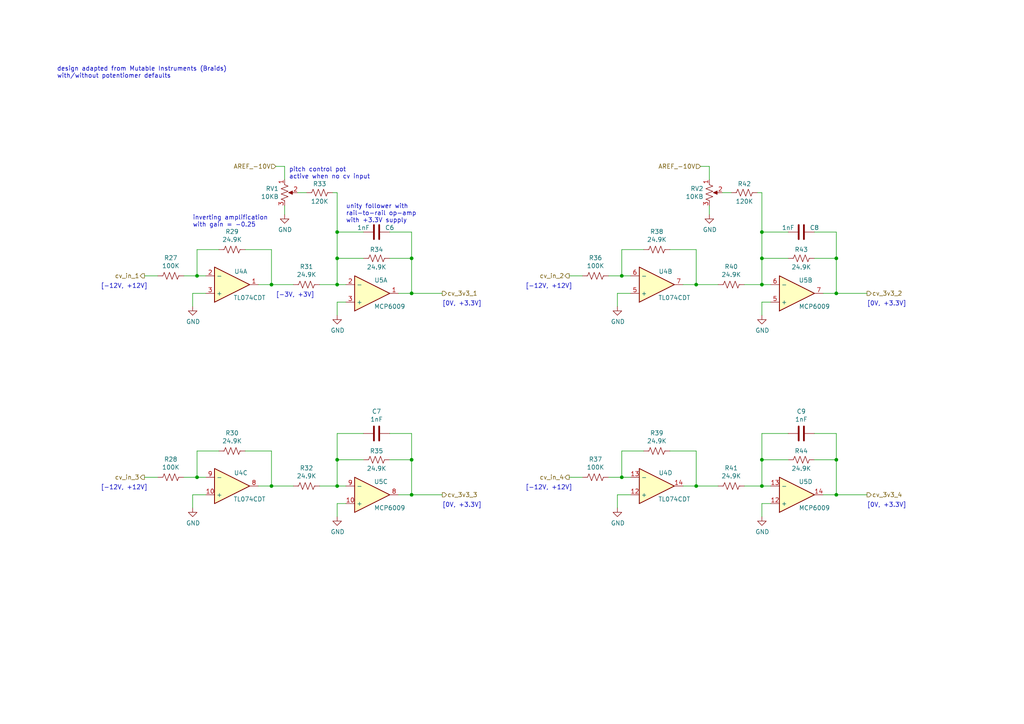
<source format=kicad_sch>
(kicad_sch (version 20211123) (generator eeschema)
  (paper "A4")
  (title_block (comment 1 "convert [0V, +8V] Pitch CV to [0V, +3.3V] Pitch CV"))
  (lib_symbols
    (symbol "Device:C" (pin_numbers hide) (pin_names (offset 0.254))
      (property "Reference" "C" (at 0.635 2.54 0))
      (property "Value" "C" (at 0.635 -2.54 0))
      (symbol "C_0_1"
        (polyline (pts (xy -2.032 -0.762) (xy 2.032 -0.762)) (stroke (width 0.508)))
        (polyline (pts (xy -2.032 0.762) (xy 2.032 0.762)) (stroke (width 0.508)))
      )
      (symbol "C_1_1"
        (pin passive line (at 0 3.81 270) (length 2.794) (name "~") (number "1"))
        (pin passive line (at 0 -3.81 90) (length 2.794) (name "~") (number "2"))
      )
    )
    (symbol "Device:Opamp_Quad_Generic"
      (property "Reference" "U" (at 0 5.08 0))
      (property "Value" "Device_Opamp_Quad_Generic" (at 0 -5.08 0))
      (symbol "Opamp_Quad_Generic_1_1"
        (polyline (pts (xy -5.08 5.08) (xy 5.08 0) (xy -5.08 -5.08) (xy -5.08 5.08)) (stroke (width 0.254)) (fill (type background)))
        (pin output line (at 7.62 0 180) (length 2.54) (name "~") (number "1"))
        (pin input line (at -7.62 -2.54 0) (length 2.54) (name "-") (number "2"))
        (pin input line (at -7.62 2.54 0) (length 2.54) (name "+") (number "3"))
      )
      (symbol "Opamp_Quad_Generic_2_1"
        (polyline (pts (xy -5.08 5.08) (xy 5.08 0) (xy -5.08 -5.08) (xy -5.08 5.08)) (stroke (width 0.254)) (fill (type background)))
        (pin input line (at -7.62 2.54 0) (length 2.54) (name "+") (number "5"))
        (pin input line (at -7.62 -2.54 0) (length 2.54) (name "-") (number "6"))
        (pin output line (at 7.62 0 180) (length 2.54) (name "~") (number "7"))
      )
      (symbol "Opamp_Quad_Generic_3_1"
        (polyline (pts (xy -5.08 5.08) (xy 5.08 0) (xy -5.08 -5.08) (xy -5.08 5.08)) (stroke (width 0.254)) (fill (type background)))
        (pin input line (at -7.62 2.54 0) (length 2.54) (name "+") (number "10"))
        (pin output line (at 7.62 0 180) (length 2.54) (name "~") (number "8"))
        (pin input line (at -7.62 -2.54 0) (length 2.54) (name "-") (number "9"))
      )
      (symbol "Opamp_Quad_Generic_4_1"
        (polyline (pts (xy -5.08 5.08) (xy 5.08 0) (xy -5.08 -5.08) (xy -5.08 5.08)) (stroke (width 0.254)) (fill (type background)))
        (pin input line (at -7.62 2.54 0) (length 2.54) (name "+") (number "12"))
        (pin input line (at -7.62 -2.54 0) (length 2.54) (name "-") (number "13"))
        (pin output line (at 7.62 0 180) (length 2.54) (name "~") (number "14"))
      )
      (symbol "Opamp_Quad_Generic_5_1"
        (pin power_in line (at -2.54 -7.62 90) (length 3.81) (name "V-") (number "11"))
        (pin power_in line (at -2.54 7.62 270) (length 3.81) (name "V+") (number "4"))
      )
    )
    (symbol "Device:R_POT_US" (pin_names (offset 1.016) hide)
      (property "Reference" "RV" (at -4.445 0 90))
      (property "Value" "Device_R_POT_US" (at -2.54 0 90))
      (symbol "R_POT_US_0_1"
        (polyline (pts (xy 0 -2.286) (xy 0 -2.54)))
        (polyline (pts (xy 0 2.54) (xy 0 2.286)))
        (polyline (pts (xy 2.54 0) (xy 1.524 0)))
        (polyline (pts (xy 1.143 0) (xy 2.286 0.508) (xy 2.286 -0.508) (xy 1.143 0)) (fill (type outline)))
        (polyline (pts (xy 0 -0.762) (xy 1.016 -1.143) (xy 0 -1.524) (xy -1.016 -1.905) (xy 0 -2.286)))
        (polyline (pts (xy 0 0.762) (xy 1.016 0.381) (xy 0 0) (xy -1.016 -0.381) (xy 0 -0.762)))
        (polyline (pts (xy 0 2.286) (xy 1.016 1.905) (xy 0 1.524) (xy -1.016 1.143) (xy 0 0.762)))
      )
      (symbol "R_POT_US_1_1"
        (pin passive line (at 0 3.81 270) (length 1.27) (name "1") (number "1"))
        (pin passive line (at 3.81 0 180) (length 1.27) (name "2") (number "2"))
        (pin passive line (at 0 -3.81 90) (length 1.27) (name "3") (number "3"))
      )
    )
    (symbol "Device:R_US" (pin_numbers hide) (pin_names (offset 0))
      (property "Reference" "R" (at 2.54 0 90))
      (property "Value" "R_US" (at -2.54 0 90))
      (symbol "R_US_0_1"
        (polyline (pts (xy 0 -2.286) (xy 0 -2.54)))
        (polyline (pts (xy 0 2.286) (xy 0 2.54)))
        (polyline (pts (xy 0 -0.762) (xy 1.016 -1.143) (xy 0 -1.524) (xy -1.016 -1.905) (xy 0 -2.286)))
        (polyline (pts (xy 0 0.762) (xy 1.016 0.381) (xy 0 0) (xy -1.016 -0.381) (xy 0 -0.762)))
        (polyline (pts (xy 0 2.286) (xy 1.016 1.905) (xy 0 1.524) (xy -1.016 1.143) (xy 0 0.762)))
      )
      (symbol "R_US_1_1"
        (pin passive line (at 0 3.81 270) (length 1.27) (name "~") (number "1"))
        (pin passive line (at 0 -3.81 90) (length 1.27) (name "~") (number "2"))
      )
    )
    (symbol "power:GND" (power) (pin_names (offset 0))
      (property "Value" "GND" (at 0 -3.81 0))
      (symbol "GND_0_1"
        (polyline (pts (xy 0 0) (xy 0 -1.27) (xy 1.27 -1.27) (xy 0 -2.54) (xy -1.27 -1.27) (xy 0 -1.27)))
      )
      (symbol "GND_1_1"
        (pin power_in line (at 0 0 270) (length 0) hide (name "GND") (number "1"))
      )
    )
  )
  (junction (at 97.79 67.31))
  (junction (at 57.15 80.01))
  (junction (at 220.98 133.35))
  (junction (at 119.38 74.93))
  (junction (at 242.57 74.93))
  (junction (at 97.79 140.97))
  (junction (at 97.79 74.93))
  (junction (at 180.34 80.01))
  (junction (at 97.79 82.55))
  (junction (at 220.98 74.93))
  (junction (at 201.93 82.55))
  (junction (at 242.57 85.09))
  (junction (at 97.79 133.35))
  (junction (at 242.57 143.51))
  (junction (at 78.74 140.97))
  (junction (at 119.38 143.51))
  (junction (at 220.98 67.31))
  (junction (at 220.98 140.97))
  (junction (at 57.15 138.43))
  (junction (at 78.74 82.55))
  (junction (at 201.93 140.97))
  (junction (at 119.38 133.35))
  (junction (at 220.98 82.55))
  (junction (at 180.34 138.43))
  (junction (at 242.57 133.35))
  (junction (at 119.38 85.09))
  (wire (pts (xy 220.98 74.93) (xy 220.98 67.31)))
  (wire (pts (xy 92.71 82.55) (xy 97.79 82.55)))
  (wire (pts (xy 179.07 143.51) (xy 182.88 143.51)))
  (wire (pts (xy 57.15 72.39) (xy 57.15 80.01)))
  (wire (pts (xy 165.1 80.01) (xy 168.91 80.01)))
  (wire (pts (xy 215.9 82.55) (xy 220.98 82.55)))
  (wire (pts (xy 119.38 133.35) (xy 119.38 143.51)))
  (wire (pts (xy 78.74 140.97) (xy 78.74 130.81)))
  (wire (pts (xy 212.09 55.88) (xy 209.55 55.88)))
  (wire (pts (xy 55.88 143.51) (xy 59.69 143.51)))
  (wire (pts (xy 220.98 146.05) (xy 223.52 146.05)))
  (wire (pts (xy 179.07 88.9) (xy 179.07 85.09)))
  (wire (pts (xy 201.93 72.39) (xy 194.31 72.39)))
  (wire (pts (xy 182.88 138.43) (xy 180.34 138.43)))
  (wire (pts (xy 236.22 67.31) (xy 242.57 67.31)))
  (wire (pts (xy 119.38 143.51) (xy 128.27 143.51)))
  (wire (pts (xy 97.79 133.35) (xy 97.79 140.97)))
  (wire (pts (xy 220.98 125.73) (xy 228.6 125.73)))
  (wire (pts (xy 220.98 133.35) (xy 220.98 125.73)))
  (wire (pts (xy 97.79 146.05) (xy 100.33 146.05)))
  (wire (pts (xy 220.98 82.55) (xy 223.52 82.55)))
  (wire (pts (xy 242.57 74.93) (xy 242.57 85.09)))
  (wire (pts (xy 242.57 133.35) (xy 242.57 143.51)))
  (wire (pts (xy 220.98 140.97) (xy 223.52 140.97)))
  (wire (pts (xy 78.74 72.39) (xy 71.12 72.39)))
  (wire (pts (xy 242.57 125.73) (xy 242.57 133.35)))
  (wire (pts (xy 63.5 72.39) (xy 57.15 72.39)))
  (wire (pts (xy 88.9 55.88) (xy 86.36 55.88)))
  (wire (pts (xy 115.57 143.51) (xy 119.38 143.51)))
  (wire (pts (xy 78.74 140.97) (xy 85.09 140.97)))
  (wire (pts (xy 97.79 87.63) (xy 100.33 87.63)))
  (wire (pts (xy 82.55 59.69) (xy 82.55 62.23)))
  (wire (pts (xy 228.6 74.93) (xy 220.98 74.93)))
  (wire (pts (xy 220.98 55.88) (xy 220.98 67.31)))
  (wire (pts (xy 97.79 140.97) (xy 100.33 140.97)))
  (wire (pts (xy 205.74 59.69) (xy 205.74 62.23)))
  (wire (pts (xy 180.34 80.01) (xy 176.53 80.01)))
  (wire (pts (xy 198.12 82.55) (xy 201.93 82.55)))
  (wire (pts (xy 179.07 147.32) (xy 179.07 143.51)))
  (wire (pts (xy 220.98 74.93) (xy 220.98 82.55)))
  (wire (pts (xy 201.93 140.97) (xy 208.28 140.97)))
  (wire (pts (xy 105.41 133.35) (xy 97.79 133.35)))
  (wire (pts (xy 242.57 85.09) (xy 251.46 85.09)))
  (wire (pts (xy 57.15 80.01) (xy 53.34 80.01)))
  (wire (pts (xy 220.98 91.44) (xy 220.98 87.63)))
  (wire (pts (xy 113.03 133.35) (xy 119.38 133.35)))
  (wire (pts (xy 55.88 147.32) (xy 55.88 143.51)))
  (wire (pts (xy 180.34 72.39) (xy 180.34 80.01)))
  (wire (pts (xy 55.88 85.09) (xy 59.69 85.09)))
  (wire (pts (xy 215.9 140.97) (xy 220.98 140.97)))
  (wire (pts (xy 220.98 67.31) (xy 228.6 67.31)))
  (wire (pts (xy 97.79 82.55) (xy 100.33 82.55)))
  (wire (pts (xy 180.34 130.81) (xy 180.34 138.43)))
  (wire (pts (xy 82.55 52.07) (xy 82.55 48.26)))
  (wire (pts (xy 203.2 48.26) (xy 205.74 48.26)))
  (wire (pts (xy 96.52 55.88) (xy 97.79 55.88)))
  (wire (pts (xy 97.79 74.93) (xy 97.79 82.55)))
  (wire (pts (xy 78.74 82.55) (xy 78.74 72.39)))
  (wire (pts (xy 97.79 67.31) (xy 105.41 67.31)))
  (wire (pts (xy 186.69 72.39) (xy 180.34 72.39)))
  (wire (pts (xy 105.41 74.93) (xy 97.79 74.93)))
  (wire (pts (xy 220.98 87.63) (xy 223.52 87.63)))
  (wire (pts (xy 242.57 143.51) (xy 251.46 143.51)))
  (wire (pts (xy 180.34 138.43) (xy 176.53 138.43)))
  (wire (pts (xy 113.03 125.73) (xy 119.38 125.73)))
  (wire (pts (xy 41.91 80.01) (xy 45.72 80.01)))
  (wire (pts (xy 92.71 140.97) (xy 97.79 140.97)))
  (wire (pts (xy 74.93 140.97) (xy 78.74 140.97)))
  (wire (pts (xy 242.57 67.31) (xy 242.57 74.93)))
  (wire (pts (xy 78.74 82.55) (xy 85.09 82.55)))
  (wire (pts (xy 119.38 125.73) (xy 119.38 133.35)))
  (wire (pts (xy 80.01 48.26) (xy 82.55 48.26)))
  (wire (pts (xy 113.03 74.93) (xy 119.38 74.93)))
  (wire (pts (xy 55.88 88.9) (xy 55.88 85.09)))
  (wire (pts (xy 201.93 82.55) (xy 208.28 82.55)))
  (wire (pts (xy 97.79 133.35) (xy 97.79 125.73)))
  (wire (pts (xy 113.03 67.31) (xy 119.38 67.31)))
  (wire (pts (xy 57.15 130.81) (xy 57.15 138.43)))
  (wire (pts (xy 78.74 130.81) (xy 71.12 130.81)))
  (wire (pts (xy 182.88 80.01) (xy 180.34 80.01)))
  (wire (pts (xy 201.93 140.97) (xy 201.93 130.81)))
  (wire (pts (xy 201.93 130.81) (xy 194.31 130.81)))
  (wire (pts (xy 74.93 82.55) (xy 78.74 82.55)))
  (wire (pts (xy 59.69 80.01) (xy 57.15 80.01)))
  (wire (pts (xy 63.5 130.81) (xy 57.15 130.81)))
  (wire (pts (xy 179.07 85.09) (xy 182.88 85.09)))
  (wire (pts (xy 165.1 138.43) (xy 168.91 138.43)))
  (wire (pts (xy 115.57 85.09) (xy 119.38 85.09)))
  (wire (pts (xy 236.22 133.35) (xy 242.57 133.35)))
  (wire (pts (xy 97.79 91.44) (xy 97.79 87.63)))
  (wire (pts (xy 97.79 74.93) (xy 97.79 67.31)))
  (wire (pts (xy 228.6 133.35) (xy 220.98 133.35)))
  (wire (pts (xy 59.69 138.43) (xy 57.15 138.43)))
  (wire (pts (xy 238.76 85.09) (xy 242.57 85.09)))
  (wire (pts (xy 57.15 138.43) (xy 53.34 138.43)))
  (wire (pts (xy 186.69 130.81) (xy 180.34 130.81)))
  (wire (pts (xy 236.22 74.93) (xy 242.57 74.93)))
  (wire (pts (xy 97.79 55.88) (xy 97.79 67.31)))
  (wire (pts (xy 97.79 149.86) (xy 97.79 146.05)))
  (wire (pts (xy 201.93 82.55) (xy 201.93 72.39)))
  (wire (pts (xy 220.98 149.86) (xy 220.98 146.05)))
  (wire (pts (xy 219.71 55.88) (xy 220.98 55.88)))
  (wire (pts (xy 119.38 85.09) (xy 128.27 85.09)))
  (wire (pts (xy 236.22 125.73) (xy 242.57 125.73)))
  (wire (pts (xy 198.12 140.97) (xy 201.93 140.97)))
  (wire (pts (xy 205.74 52.07) (xy 205.74 48.26)))
  (wire (pts (xy 119.38 67.31) (xy 119.38 74.93)))
  (wire (pts (xy 220.98 133.35) (xy 220.98 140.97)))
  (wire (pts (xy 97.79 125.73) (xy 105.41 125.73)))
  (wire (pts (xy 119.38 74.93) (xy 119.38 85.09)))
  (wire (pts (xy 41.91 138.43) (xy 45.72 138.43)))
  (wire (pts (xy 238.76 143.51) (xy 242.57 143.51)))
  (text "[-3V, +3V]" (at 80.01 86.36 0) (effects (font (size 1.27 1.27)) (justify left bottom)))
  (text "inverting amplification \nwith gain = -0.25" (at 55.88 66.04 0) (effects (font (size 1.27 1.27)) (justify left bottom)))
  (text "[-12V, +12V]\n" (at 29.21 142.24 0) (effects (font (size 1.27 1.27)) (justify left bottom)))
  (text "[-12V, +12V]\n" (at 152.4 142.24 0) (effects (font (size 1.27 1.27)) (justify left bottom)))
  (text "[0V, +3.3V]" (at 251.46 147.32 0) (effects (font (size 1.27 1.27)) (justify left bottom)))
  (text "design adapted from Mutable Instruments (Braids)\nwith/without potentiomer defaults" (at 16.51 22.86 0) (effects (font (size 1.27 1.27)) (justify left bottom)))
  (text "[-12V, +12V]\n" (at 152.4 83.82 0) (effects (font (size 1.27 1.27)) (justify left bottom)))
  (text "unity follower with\nrail-to-rail op-amp\nwith +3.3V supply" (at 100.33 64.77 0) (effects (font (size 1.27 1.27)) (justify left bottom)))
  (text "pitch control pot\nactive when no cv input" (at 83.82 52.07 0) (effects (font (size 1.27 1.27)) (justify left bottom)))
  (text "[0V, +3.3V]" (at 128.27 88.9 0) (effects (font (size 1.27 1.27)) (justify left bottom)))
  (text "[-12V, +12V]\n" (at 29.21 83.82 0) (effects (font (size 1.27 1.27)) (justify left bottom)))
  (text "[0V, +3.3V]" (at 128.27 147.32 0) (effects (font (size 1.27 1.27)) (justify left bottom)))
  (text "[0V, +3.3V]" (at 251.46 88.9 0) (effects (font (size 1.27 1.27)) (justify left bottom)))
  (hierarchical_label "cv_3v3_3" (shape output) (at 128.27 143.51 0))
  (hierarchical_label "cv_3v3_2" (shape output) (at 251.46 85.09 0))
  (hierarchical_label "cv_in_3" (shape output) (at 41.91 138.43 180))
  (hierarchical_label "cv_in_1" (shape output) (at 41.91 80.01 180))
  (hierarchical_label "cv_3v3_4" (shape output) (at 251.46 143.51 0))
  (hierarchical_label "cv_3v3_1" (shape output) (at 128.27 85.09 0))
  (hierarchical_label "AREF_-10V" (shape input) (at 203.2 48.26 180))
  (hierarchical_label "cv_in_2" (shape output) (at 165.1 80.01 180))
  (hierarchical_label "cv_in_4" (shape output) (at 165.1 138.43 180))
  (hierarchical_label "AREF_-10V" (shape input) (at 80.01 48.26 180))
  (symbol (lib_id "Device:Opamp_Quad_Generic") (at 67.31 82.55 0) (mirror x) (unit 1)
    (property "Reference" "U4" (at 69.85 78.74 0))
    (property "Value" "TL074CDT" (at 72.39 86.36 0))
    (property "mpn" "TL074CDT" (effects hide))
  )
  (symbol (lib_id "Device:R_US") (at 49.53 80.01 270) (unit 1)
    (property "Reference" "R27" (at 49.53 74.803 90))
    (property "Value" "100K" (at 49.53 77.1144 90))
  )
  (symbol (lib_id "power:GND") (at 55.88 88.9 0) (unit 1)
    (property "Reference" "#PWR011" (effects hide))
    (property "Value" "GND" (at 56.007 93.2942 0))
  )
  (symbol (lib_id "Device:Opamp_Quad_Generic") (at 67.31 140.97 0) (mirror x) (unit 3)
    (property "Reference" "U4" (at 69.85 137.16 0))
    (property "Value" "TL074CDT" (at 72.39 144.78 0))
    (property "mpn" "TL074CDT" (effects hide))
  )
  (symbol (lib_id "Device:Opamp_Quad_Generic") (at 107.95 143.51 0) (mirror x) (unit 3)
    (property "Reference" "U5" (at 110.49 139.7 0))
    (property "Value" "MCP6009" (at 113.03 147.32 0))
    (property "mpn" "MCP6009-E/SL" (effects hide))
  )
  (symbol (lib_id "Device:R_US") (at 88.9 140.97 90) (unit 1)
    (property "Reference" "R32" (at 88.9 135.763 90))
    (property "Value" "24.9K" (at 88.9 138.0744 90))
  )
  (symbol (lib_id "Device:R_US") (at 67.31 130.81 270) (unit 1)
    (property "Reference" "R30" (at 67.31 125.603 90))
    (property "Value" "24.9K" (at 67.31 127.9144 90))
  )
  (symbol (lib_id "Device:R_US") (at 49.53 138.43 270) (unit 1)
    (property "Reference" "R28" (at 49.53 133.223 90))
    (property "Value" "100K" (at 49.53 135.5344 90))
  )
  (symbol (lib_id "power:GND") (at 55.88 147.32 0) (unit 1)
    (property "Reference" "#PWR012" (effects hide))
    (property "Value" "GND" (at 56.007 151.7142 0))
  )
  (symbol (lib_id "power:GND") (at 97.79 149.86 0) (unit 1)
    (property "Reference" "#PWR015" (effects hide))
    (property "Value" "GND" (at 97.917 154.2542 0))
  )
  (symbol (lib_id "Device:R_US") (at 109.22 133.35 270) (unit 1)
    (property "Reference" "R35" (at 109.22 130.81 90))
    (property "Value" "24.9K" (at 109.22 135.89 90))
  )
  (symbol (lib_id "Device:C") (at 109.22 125.73 270) (unit 1)
    (property "Reference" "C7" (at 109.22 119.3292 90))
    (property "Value" "1nF" (at 109.22 121.6406 90))
  )
  (symbol (lib_id "Device:Opamp_Quad_Generic") (at 190.5 140.97 0) (mirror x) (unit 4)
    (property "Reference" "U4" (at 193.04 137.16 0))
    (property "Value" "TL074CDT" (at 195.58 144.78 0))
    (property "mpn" "TL074CDT" (effects hide))
  )
  (symbol (lib_id "Device:Opamp_Quad_Generic") (at 231.14 143.51 0) (mirror x) (unit 4)
    (property "Reference" "U5" (at 233.68 139.7 0))
    (property "Value" "MCP6009" (at 236.22 147.32 0))
    (property "mpn" "MCP6009-E/SL" (effects hide))
  )
  (symbol (lib_id "Device:R_US") (at 212.09 140.97 90) (unit 1)
    (property "Reference" "R41" (at 212.09 135.763 90))
    (property "Value" "24.9K" (at 212.09 138.0744 90))
  )
  (symbol (lib_id "Device:R_US") (at 190.5 130.81 270) (unit 1)
    (property "Reference" "R39" (at 190.5 125.603 90))
    (property "Value" "24.9K" (at 190.5 127.9144 90))
  )
  (symbol (lib_id "Device:R_US") (at 172.72 138.43 270) (unit 1)
    (property "Reference" "R37" (at 172.72 133.223 90))
    (property "Value" "100K" (at 172.72 135.5344 90))
  )
  (symbol (lib_id "power:GND") (at 179.07 147.32 0) (unit 1)
    (property "Reference" "#PWR017" (effects hide))
    (property "Value" "GND" (at 179.197 151.7142 0))
  )
  (symbol (lib_id "power:GND") (at 220.98 149.86 0) (unit 1)
    (property "Reference" "#PWR020" (effects hide))
    (property "Value" "GND" (at 221.107 154.2542 0))
  )
  (symbol (lib_id "Device:R_US") (at 232.41 133.35 270) (unit 1)
    (property "Reference" "R44" (at 232.41 130.81 90))
    (property "Value" "24.9K" (at 232.41 135.89 90))
  )
  (symbol (lib_id "Device:C") (at 232.41 125.73 270) (unit 1)
    (property "Reference" "C9" (at 232.41 119.3292 90))
    (property "Value" "1nF" (at 232.41 121.6406 90))
  )
  (symbol (lib_id "Device:R_POT_US") (at 82.55 55.88 0) (unit 1)
    (property "Reference" "RV1" (at 80.8482 54.7116 0) (effects (justify right)))
    (property "Value" "10KB" (at 80.8482 57.023 0) (effects (justify right)))
  )
  (symbol (lib_id "Device:R_US") (at 92.71 55.88 270) (unit 1)
    (property "Reference" "R33" (at 92.71 53.34 90))
    (property "Value" "120K" (at 92.71 58.42 90))
  )
  (symbol (lib_id "power:GND") (at 82.55 62.23 0) (unit 1)
    (property "Reference" "#PWR013" (effects hide))
    (property "Value" "GND" (at 82.677 66.6242 0))
  )
  (symbol (lib_id "Device:Opamp_Quad_Generic") (at 190.5 82.55 0) (mirror x) (unit 2)
    (property "Reference" "U4" (at 193.04 78.74 0))
    (property "Value" "TL074CDT" (at 195.58 86.36 0))
    (property "mpn" "TL074CDT" (effects hide))
  )
  (symbol (lib_id "Device:Opamp_Quad_Generic") (at 231.14 85.09 0) (mirror x) (unit 2)
    (property "Reference" "U5" (at 233.68 81.28 0))
    (property "Value" "MCP6009" (at 236.22 88.9 0))
    (property "mpn" "MCP6009-E/SL" (effects hide))
  )
  (symbol (lib_id "Device:R_US") (at 212.09 82.55 90) (unit 1)
    (property "Reference" "R40" (at 212.09 77.343 90))
    (property "Value" "24.9K" (at 212.09 79.6544 90))
  )
  (symbol (lib_id "Device:R_US") (at 190.5 72.39 270) (unit 1)
    (property "Reference" "R38" (at 190.5 67.183 90))
    (property "Value" "24.9K" (at 190.5 69.4944 90))
  )
  (symbol (lib_id "Device:R_US") (at 172.72 80.01 270) (unit 1)
    (property "Reference" "R36" (at 172.72 74.803 90))
    (property "Value" "100K" (at 172.72 77.1144 90))
  )
  (symbol (lib_id "power:GND") (at 179.07 88.9 0) (unit 1)
    (property "Reference" "#PWR016" (effects hide))
    (property "Value" "GND" (at 179.197 93.2942 0))
  )
  (symbol (lib_id "power:GND") (at 220.98 91.44 0) (unit 1)
    (property "Reference" "#PWR019" (effects hide))
    (property "Value" "GND" (at 221.107 95.8342 0))
  )
  (symbol (lib_id "Device:R_US") (at 232.41 74.93 270) (unit 1)
    (property "Reference" "R43" (at 232.41 72.39 90))
    (property "Value" "24.9K" (at 232.41 77.47 90))
  )
  (symbol (lib_id "Device:C") (at 232.41 67.31 270) (unit 1)
    (property "Reference" "C8" (at 236.22 66.04 90))
    (property "Value" "1nF" (at 228.6 66.04 90))
  )
  (symbol (lib_id "Device:R_POT_US") (at 205.74 55.88 0) (unit 1)
    (property "Reference" "RV2" (at 204.0382 54.7116 0) (effects (justify right)))
    (property "Value" "10KB" (at 204.0382 57.023 0) (effects (justify right)))
  )
  (symbol (lib_id "Device:R_US") (at 215.9 55.88 270) (unit 1)
    (property "Reference" "R42" (at 215.9 53.34 90))
    (property "Value" "120K" (at 215.9 58.42 90))
  )
  (symbol (lib_id "power:GND") (at 205.74 62.23 0) (unit 1)
    (property "Reference" "#PWR018" (effects hide))
    (property "Value" "GND" (at 205.867 66.6242 0))
  )
  (symbol (lib_id "Device:Opamp_Quad_Generic") (at 107.95 85.09 0) (mirror x) (unit 1)
    (property "Reference" "U5" (at 110.49 81.28 0))
    (property "Value" "MCP6009" (at 113.03 88.9 0))
    (property "mpn" "MCP6009-E/SL" (effects hide))
  )
  (symbol (lib_id "Device:R_US") (at 88.9 82.55 90) (unit 1)
    (property "Reference" "R31" (at 88.9 77.343 90))
    (property "Value" "24.9K" (at 88.9 79.6544 90))
  )
  (symbol (lib_id "Device:R_US") (at 67.31 72.39 270) (unit 1)
    (property "Reference" "R29" (at 67.31 67.183 90))
    (property "Value" "24.9K" (at 67.31 69.4944 90))
  )
  (symbol (lib_id "power:GND") (at 97.79 91.44 0) (unit 1)
    (property "Reference" "#PWR014" (effects hide))
    (property "Value" "GND" (at 97.917 95.8342 0))
  )
  (symbol (lib_id "Device:R_US") (at 109.22 74.93 270) (unit 1)
    (property "Reference" "R34" (at 109.22 72.39 90))
    (property "Value" "24.9K" (at 109.22 77.47 90))
  )
  (symbol (lib_id "Device:C") (at 109.22 67.31 270) (unit 1)
    (property "Reference" "C6" (at 113.03 66.04 90))
    (property "Value" "1nF" (at 105.41 66.04 90))
  )
)
</source>
